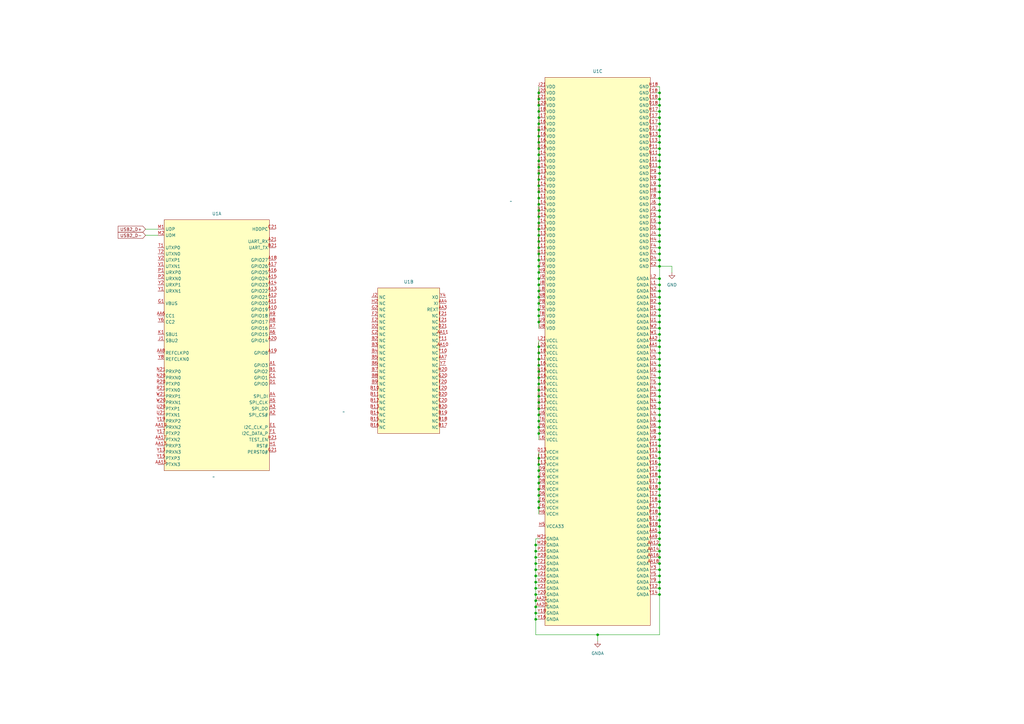
<source format=kicad_sch>
(kicad_sch (version 20230121) (generator eeschema)
  (paper "A3")
  (lib_symbols
    (symbol "A_my_stuff:ASM2464PD"
      (property "Reference" "U" (at 0 0 0))
      (symbol "ASM2464PD_1_1"
        (rectangle (start -20.32 105.41) (end 22.86 2.54) (fill (type background)))
        (pin input line (at 25.4 45.72 180) (length 2.54) (name "GPIO3") (number "A1"))
        (pin input line (at 25.4 68.58 180) (length 2.54) (name "GPIO19") (number "A10"))
        (pin input line (at 25.4 71.12 180) (length 2.54) (name "GPIO20") (number "A11"))
        (pin input line (at 25.4 73.66 180) (length 2.54) (name "GPIO21") (number "A12"))
        (pin input line (at 25.4 76.2 180) (length 2.54) (name "GPIO22") (number "A13"))
        (pin input line (at 25.4 78.74 180) (length 2.54) (name "GPIO23") (number "A14"))
        (pin input line (at 25.4 81.28 180) (length 2.54) (name "GPIO24") (number "A15"))
        (pin input line (at 25.4 83.82 180) (length 2.54) (name "GPIO25") (number "A16"))
        (pin input line (at 25.4 86.36 180) (length 2.54) (name "GPIO26") (number "A17"))
        (pin input line (at 25.4 88.9 180) (length 2.54) (name "GPIO27") (number "A18"))
        (pin input line (at 25.4 50.8 180) (length 2.54) (name "GPIO8") (number "A19"))
        (pin input line (at 25.4 25.4 180) (length 2.54) (name "SPI_CS#") (number "A2"))
        (pin input line (at 25.4 55.88 180) (length 2.54) (name "GPIO14") (number "A20"))
        (pin input line (at 25.4 96.52 180) (length 2.54) (name "UART_RX") (number "A21"))
        (pin input line (at 25.4 27.94 180) (length 2.54) (name "SPI_DO") (number "A3"))
        (pin input line (at 25.4 33.02 180) (length 2.54) (name "SPI_DI") (number "A4"))
        (pin input line (at 25.4 30.48 180) (length 2.54) (name "SPI_CLK") (number "A5"))
        (pin input line (at 25.4 58.42 180) (length 2.54) (name "GPIO15") (number "A6"))
        (pin input line (at 25.4 60.96 180) (length 2.54) (name "GPIO16") (number "A7"))
        (pin input line (at 25.4 63.5 180) (length 2.54) (name "GPIO17") (number "A8"))
        (pin input line (at 25.4 66.04 180) (length 2.54) (name "GPIO18") (number "A9"))
        (pin input line (at -22.86 12.7 0) (length 2.54) (name "PRXP3") (number "AA13"))
        (pin input line (at -22.86 5.08 0) (length 2.54) (name "PTXN3") (number "AA15"))
        (pin input line (at -22.86 15.24 0) (length 2.54) (name "PTXN2") (number "AA17"))
        (pin input line (at -22.86 20.32 0) (length 2.54) (name "PRXN2") (number "AA19"))
        (pin input line (at -22.86 66.04 0) (length 2.54) (name "CC1") (number "AA6"))
        (pin input line (at -22.86 50.8 0) (length 2.54) (name "REFCLKP0") (number "AA8"))
        (pin input line (at 25.4 43.18 180) (length 2.54) (name "GPIO2") (number "B1"))
        (pin input line (at 25.4 93.98 180) (length 2.54) (name "UART_TX") (number "B21"))
        (pin input line (at 25.4 40.64 180) (length 2.54) (name "GPIO1") (number "C1"))
        (pin input line (at 25.4 101.6 180) (length 2.54) (name "HDDPC") (number "C21"))
        (pin input line (at 25.4 38.1 180) (length 2.54) (name "GPIO0") (number "D1"))
        (pin input line (at 25.4 20.32 180) (length 2.54) (name "I2C_CLK_P") (number "E1"))
        (pin input line (at 25.4 17.78 180) (length 2.54) (name "I2C_DATA_P") (number "F1"))
        (pin input line (at -22.86 71.12 0) (length 2.54) (name "VBUS") (number "G1"))
        (pin input line (at 25.4 10.16 180) (length 2.54) (name "PERST0#") (number "G21"))
        (pin input line (at 25.4 12.7 180) (length 2.54) (name "RST#") (number "H1"))
        (pin input line (at 25.4 15.24 180) (length 2.54) (name "TEST_EN") (number "H21"))
        (pin input line (at -22.86 55.88 0) (length 2.54) (name "SBU2") (number "J1"))
        (pin input line (at -22.86 58.42 0) (length 2.54) (name "SBU1") (number "K1"))
        (pin input line (at -22.86 101.6 0) (length 2.54) (name "UDP") (number "M1"))
        (pin input line (at -22.86 99.06 0) (length 2.54) (name "UDM") (number "M2"))
        (pin input line (at -22.86 40.64 0) (length 2.54) (name "PRXN0") (number "N20"))
        (pin input line (at -22.86 43.18 0) (length 2.54) (name "PRXP0") (number "N21"))
        (pin input line (at -22.86 83.82 0) (length 2.54) (name "URXP0") (number "P1"))
        (pin input line (at -22.86 81.28 0) (length 2.54) (name "URXN0") (number "P2"))
        (pin input line (at -22.86 38.1 0) (length 2.54) (name "PTXP0") (number "R20"))
        (pin input line (at -22.86 35.56 0) (length 2.54) (name "PTXN0") (number "R21"))
        (pin input line (at -22.86 93.98 0) (length 2.54) (name "UTXP0") (number "T1"))
        (pin input line (at -22.86 91.44 0) (length 2.54) (name "UTXN0") (number "T2"))
        (pin input line (at -22.86 27.94 0) (length 2.54) (name "PTXP1") (number "U20"))
        (pin input line (at -22.86 25.4 0) (length 2.54) (name "PTXN1") (number "U21"))
        (pin input line (at -22.86 86.36 0) (length 2.54) (name "UTXN1") (number "V1"))
        (pin input line (at -22.86 88.9 0) (length 2.54) (name "UTXP1") (number "V2"))
        (pin input line (at -22.86 30.48 0) (length 2.54) (name "PRXN1") (number "W20"))
        (pin input line (at -22.86 33.02 0) (length 2.54) (name "PRXP1") (number "W21"))
        (pin input line (at -22.86 76.2 0) (length 2.54) (name "URXN1") (number "Y1"))
        (pin input line (at -22.86 10.16 0) (length 2.54) (name "PRXN3") (number "Y13"))
        (pin input line (at -22.86 7.62 0) (length 2.54) (name "PTXP3") (number "Y15"))
        (pin input line (at -22.86 17.78 0) (length 2.54) (name "PTXP2") (number "Y17"))
        (pin input line (at -22.86 22.86 0) (length 2.54) (name "PRXP2") (number "Y19"))
        (pin input line (at -22.86 78.74 0) (length 2.54) (name "URXP1") (number "Y2"))
        (pin input line (at -22.86 63.5 0) (length 2.54) (name "CC2") (number "Y6"))
        (pin input line (at -22.86 48.26 0) (length 2.54) (name "REFCLKN0") (number "Y8"))
      )
      (symbol "ASM2464PD_2_1"
        (rectangle (start 13.97 50.8) (end 39.37 -8.89) (fill (type background)))
        (pin input line (at 41.91 26.67 180) (length 2.54) (name "NC") (number "AA10"))
        (pin input line (at 41.91 31.75 180) (length 2.54) (name "NC") (number "AA11"))
        (pin input line (at 41.91 41.91 180) (length 2.54) (name "REXT") (number "AA3"))
        (pin input line (at 41.91 44.45 180) (length 2.54) (name "XI") (number "AA4"))
        (pin input line (at 41.91 21.59 180) (length 2.54) (name "NC") (number "AA7"))
        (pin input line (at 11.43 8.89 0) (length 2.54) (name "NC") (number "B10"))
        (pin input line (at 11.43 6.35 0) (length 2.54) (name "NC") (number "B11"))
        (pin input line (at 11.43 3.81 0) (length 2.54) (name "NC") (number "B12"))
        (pin input line (at 11.43 1.27 0) (length 2.54) (name "NC") (number "B13"))
        (pin input line (at 11.43 -1.27 0) (length 2.54) (name "NC") (number "B14"))
        (pin input line (at 11.43 -3.81 0) (length 2.54) (name "NC") (number "B15"))
        (pin input line (at 11.43 -6.35 0) (length 2.54) (name "NC") (number "B16"))
        (pin input line (at 41.91 -6.35 180) (length 2.54) (name "NC") (number "B17"))
        (pin input line (at 41.91 -3.81 180) (length 2.54) (name "NC") (number "B18"))
        (pin input line (at 41.91 -1.27 180) (length 2.54) (name "NC") (number "B19"))
        (pin input line (at 11.43 29.21 0) (length 2.54) (name "NC") (number "B2"))
        (pin input line (at 41.91 1.27 180) (length 2.54) (name "NC") (number "B20"))
        (pin input line (at 11.43 26.67 0) (length 2.54) (name "NC") (number "B3"))
        (pin input line (at 11.43 24.13 0) (length 2.54) (name "NC") (number "B4"))
        (pin input line (at 11.43 21.59 0) (length 2.54) (name "NC") (number "B5"))
        (pin input line (at 11.43 19.05 0) (length 2.54) (name "NC") (number "B6"))
        (pin input line (at 11.43 16.51 0) (length 2.54) (name "NC") (number "B7"))
        (pin input line (at 11.43 13.97 0) (length 2.54) (name "NC") (number "B8"))
        (pin input line (at 11.43 11.43 0) (length 2.54) (name "NC") (number "B9"))
        (pin input line (at 11.43 31.75 0) (length 2.54) (name "NC") (number "C2"))
        (pin input line (at 41.91 3.81 180) (length 2.54) (name "NC") (number "C20"))
        (pin input line (at 11.43 34.29 0) (length 2.54) (name "NC") (number "D2"))
        (pin input line (at 41.91 6.35 180) (length 2.54) (name "NC") (number "D20"))
        (pin input line (at 41.91 34.29 180) (length 2.54) (name "NC") (number "D21"))
        (pin input line (at 11.43 36.83 0) (length 2.54) (name "NC") (number "E2"))
        (pin input line (at 41.91 8.89 180) (length 2.54) (name "NC") (number "E20"))
        (pin input line (at 41.91 36.83 180) (length 2.54) (name "NC") (number "E21"))
        (pin input line (at 11.43 39.37 0) (length 2.54) (name "NC") (number "F2"))
        (pin input line (at 41.91 11.43 180) (length 2.54) (name "NC") (number "F20"))
        (pin input line (at 41.91 39.37 180) (length 2.54) (name "NC") (number "F21"))
        (pin input line (at 11.43 41.91 0) (length 2.54) (name "NC") (number "G2"))
        (pin input line (at 41.91 13.97 180) (length 2.54) (name "NC") (number "G20"))
        (pin input line (at 11.43 44.45 0) (length 2.54) (name "NC") (number "H2"))
        (pin input line (at 41.91 16.51 180) (length 2.54) (name "NC") (number "H20"))
        (pin input line (at 11.43 46.99 0) (length 2.54) (name "NC") (number "J2"))
        (pin input line (at 41.91 24.13 180) (length 2.54) (name "NC") (number "Y10"))
        (pin input line (at 41.91 29.21 180) (length 2.54) (name "NC") (number "Y11"))
        (pin input line (at 41.91 46.99 180) (length 2.54) (name "XO") (number "Y4"))
        (pin input line (at 41.91 19.05 180) (length 2.54) (name "NC") (number "Y7"))
      )
      (symbol "ASM2464PD_3_1"
        (rectangle (start 13.97 50.8) (end 57.15 -173.99) (fill (type background)))
        (pin input line (at 59.69 -59.69 180) (length 2.54) (name "GNDA") (number "AA1"))
        (pin input line (at 59.69 -140.97 180) (length 2.54) (name "GNDA") (number "AA12"))
        (pin input line (at 59.69 -143.51 180) (length 2.54) (name "GNDA") (number "AA14"))
        (pin input line (at 59.69 -146.05 180) (length 2.54) (name "GNDA") (number "AA16"))
        (pin input line (at 59.69 -148.59 180) (length 2.54) (name "GNDA") (number "AA18"))
        (pin input line (at 59.69 -57.15 180) (length 2.54) (name "GNDA") (number "AA2"))
        (pin input line (at 11.43 -166.37 0) (length 2.54) (name "GNDA") (number "AA20"))
        (pin input line (at 11.43 -163.83 0) (length 2.54) (name "GNDA") (number "AA21"))
        (pin input line (at 59.69 -135.89 180) (length 2.54) (name "GNDA") (number "AA5"))
        (pin input line (at 59.69 -138.43 180) (length 2.54) (name "GNDA") (number "AA9"))
        (pin input line (at 59.69 13.97 180) (length 2.54) (name "GND") (number "D11"))
        (pin input line (at 11.43 -102.87 0) (length 2.54) (name "VCCH") (number "D13"))
        (pin input line (at 11.43 3.81 0) (length 2.54) (name "VDD") (number "D14"))
        (pin input line (at 11.43 21.59 0) (length 2.54) (name "VDD") (number "D16"))
        (pin input line (at 59.69 29.21 180) (length 2.54) (name "GND") (number "D17"))
        (pin input line (at 59.69 39.37 180) (length 2.54) (name "GND") (number "D18"))
        (pin input line (at 59.69 -24.13 180) (length 2.54) (name "GND") (number "D4"))
        (pin input line (at 59.69 -11.43 180) (length 2.54) (name "GND") (number "D5"))
        (pin input line (at 11.43 -120.65 0) (length 2.54) (name "VCCH") (number "D6"))
        (pin input line (at 11.43 -115.57 0) (length 2.54) (name "VCCH") (number "D8"))
        (pin input line (at 11.43 -110.49 0) (length 2.54) (name "VCCH") (number "D9"))
        (pin input line (at 11.43 -16.51 0) (length 2.54) (name "VDD") (number "E11"))
        (pin input line (at 11.43 -105.41 0) (length 2.54) (name "VCCH") (number "E13"))
        (pin input line (at 11.43 6.35 0) (length 2.54) (name "VDD") (number "E14"))
        (pin input line (at 11.43 24.13 0) (length 2.54) (name "VDD") (number "E16"))
        (pin input line (at 59.69 31.75 180) (length 2.54) (name "GND") (number "E17"))
        (pin input line (at 59.69 41.91 180) (length 2.54) (name "GND") (number "E18"))
        (pin input line (at 59.69 -21.59 180) (length 2.54) (name "GND") (number "E4"))
        (pin input line (at 59.69 -8.89 180) (length 2.54) (name "GND") (number "E5"))
        (pin input line (at 11.43 -123.19 0) (length 2.54) (name "VCCH") (number "E6"))
        (pin input line (at 11.43 -118.11 0) (length 2.54) (name "VCCH") (number "E8"))
        (pin input line (at 11.43 -113.03 0) (length 2.54) (name "VCCH") (number "E9"))
        (pin input line (at 11.43 -19.05 0) (length 2.54) (name "VDD") (number "F11"))
        (pin input line (at 11.43 -107.95 0) (length 2.54) (name "VCCH") (number "F13"))
        (pin input line (at 11.43 8.89 0) (length 2.54) (name "VDD") (number "F14"))
        (pin input line (at 11.43 26.67 0) (length 2.54) (name "VDD") (number "F16"))
        (pin input line (at 59.69 34.29 180) (length 2.54) (name "GND") (number "F17"))
        (pin input line (at 59.69 44.45 180) (length 2.54) (name "GND") (number "F18"))
        (pin input line (at 59.69 -19.05 180) (length 2.54) (name "GND") (number "F4"))
        (pin input line (at 59.69 -6.35 180) (length 2.54) (name "GND") (number "F5"))
        (pin input line (at 11.43 -125.73 0) (length 2.54) (name "VCCH") (number "F6"))
        (pin input line (at 59.69 1.27 180) (length 2.54) (name "GND") (number "F8"))
        (pin input line (at 11.43 -26.67 0) (length 2.54) (name "VDD") (number "F9"))
        (pin input line (at 11.43 -21.59 0) (length 2.54) (name "VDD") (number "H11"))
        (pin input line (at 11.43 11.43 0) (length 2.54) (name "VDD") (number "H13"))
        (pin input line (at 11.43 13.97 0) (length 2.54) (name "VDD") (number "H14"))
        (pin input line (at 11.43 29.21 0) (length 2.54) (name "VDD") (number "H16"))
        (pin input line (at 59.69 36.83 180) (length 2.54) (name "GND") (number "H17"))
        (pin input line (at 59.69 46.99 180) (length 2.54) (name "GND") (number "H18"))
        (pin input line (at 59.69 -16.51 180) (length 2.54) (name "GND") (number "H4"))
        (pin input line (at 11.43 -133.35 0) (length 2.54) (name "VCCA33") (number "H5"))
        (pin input line (at 11.43 -128.27 0) (length 2.54) (name "VCCH") (number "H6"))
        (pin input line (at 59.69 3.81 180) (length 2.54) (name "GND") (number "H8"))
        (pin input line (at 11.43 -29.21 0) (length 2.54) (name "VDD") (number "H9"))
        (pin input line (at 59.69 16.51 180) (length 2.54) (name "GND") (number "J11"))
        (pin input line (at 11.43 16.51 0) (length 2.54) (name "VDD") (number "J13"))
        (pin input line (at 11.43 19.05 0) (length 2.54) (name "VDD") (number "J14"))
        (pin input line (at 11.43 31.75 0) (length 2.54) (name "VDD") (number "J16"))
        (pin input line (at 11.43 34.29 0) (length 2.54) (name "VDD") (number "J17"))
        (pin input line (at 11.43 36.83 0) (length 2.54) (name "VDD") (number "J18"))
        (pin input line (at 11.43 44.45 0) (length 2.54) (name "VDD") (number "J20"))
        (pin input line (at 11.43 46.99 0) (length 2.54) (name "VDD") (number "J21"))
        (pin input line (at 59.69 -13.97 180) (length 2.54) (name "GND") (number "J4"))
        (pin input line (at 59.69 -3.81 180) (length 2.54) (name "GND") (number "J5"))
        (pin input line (at 59.69 -1.27 180) (length 2.54) (name "GND") (number "J6"))
        (pin input line (at 11.43 -34.29 0) (length 2.54) (name "VDD") (number "J8"))
        (pin input line (at 11.43 -31.75 0) (length 2.54) (name "VDD") (number "J9"))
        (pin input line (at 59.69 -26.67 180) (length 2.54) (name "GND") (number "K2"))
        (pin input line (at 11.43 39.37 0) (length 2.54) (name "VDD") (number "K20"))
        (pin input line (at 11.43 41.91 0) (length 2.54) (name "VDD") (number "K21"))
        (pin input line (at 59.69 -34.29 180) (length 2.54) (name "GNDA") (number "L1"))
        (pin input line (at 11.43 1.27 0) (length 2.54) (name "VDD") (number "L11"))
        (pin input line (at 59.69 24.13 180) (length 2.54) (name "GND") (number "L13"))
        (pin input line (at 11.43 -1.27 0) (length 2.54) (name "VDD") (number "L14"))
        (pin input line (at 11.43 -67.31 0) (length 2.54) (name "VCCL") (number "L16"))
        (pin input line (at 11.43 -64.77 0) (length 2.54) (name "VCCL") (number "L17"))
        (pin input line (at 11.43 -62.23 0) (length 2.54) (name "VCCL") (number "L18"))
        (pin input line (at 59.69 -31.75 180) (length 2.54) (name "GNDA") (number "L2"))
        (pin input line (at 11.43 -59.69 0) (length 2.54) (name "VCCL") (number "L20"))
        (pin input line (at 11.43 -57.15 0) (length 2.54) (name "VCCL") (number "L21"))
        (pin input line (at 59.69 -87.63 180) (length 2.54) (name "GNDA") (number "L4"))
        (pin input line (at 59.69 -90.17 180) (length 2.54) (name "GNDA") (number "L5"))
        (pin input line (at 11.43 -97.79 0) (length 2.54) (name "VCCL") (number "L6"))
        (pin input line (at 11.43 -36.83 0) (length 2.54) (name "VDD") (number "L8"))
        (pin input line (at 59.69 6.35 180) (length 2.54) (name "GND") (number "L9"))
        (pin input line (at 11.43 -140.97 0) (length 2.54) (name "GNDA") (number "M20"))
        (pin input line (at 11.43 -138.43 0) (length 2.54) (name "GNDA") (number "M21"))
        (pin input line (at 59.69 -39.37 180) (length 2.54) (name "GNDA") (number "N1"))
        (pin input line (at 59.69 19.05 180) (length 2.54) (name "GND") (number "N11"))
        (pin input line (at 59.69 26.67 180) (length 2.54) (name "GND") (number "N13"))
        (pin input line (at 11.43 -3.81 0) (length 2.54) (name "VDD") (number "N14"))
        (pin input line (at 11.43 -69.85 0) (length 2.54) (name "VCCL") (number "N16"))
        (pin input line (at 59.69 -130.81 180) (length 2.54) (name "GNDA") (number "N17"))
        (pin input line (at 59.69 -133.35 180) (length 2.54) (name "GNDA") (number "N18"))
        (pin input line (at 59.69 -36.83 180) (length 2.54) (name "GNDA") (number "N2"))
        (pin input line (at 59.69 -82.55 180) (length 2.54) (name "GNDA") (number "N4"))
        (pin input line (at 59.69 -85.09 180) (length 2.54) (name "GNDA") (number "N5"))
        (pin input line (at 11.43 -95.25 0) (length 2.54) (name "VCCL") (number "N6"))
        (pin input line (at 11.43 -39.37 0) (length 2.54) (name "VDD") (number "N8"))
        (pin input line (at 59.69 8.89 180) (length 2.54) (name "GND") (number "N9"))
        (pin input line (at 59.69 21.59 180) (length 2.54) (name "GND") (number "P11"))
        (pin input line (at 11.43 -11.43 0) (length 2.54) (name "VDD") (number "P13"))
        (pin input line (at 11.43 -6.35 0) (length 2.54) (name "VDD") (number "P14"))
        (pin input line (at 11.43 -72.39 0) (length 2.54) (name "VCCL") (number "P16"))
        (pin input line (at 59.69 -125.73 180) (length 2.54) (name "GNDA") (number "P17"))
        (pin input line (at 59.69 -128.27 180) (length 2.54) (name "GNDA") (number "P18"))
        (pin input line (at 11.43 -146.05 0) (length 2.54) (name "GNDA") (number "P20"))
        (pin input line (at 11.43 -143.51 0) (length 2.54) (name "GNDA") (number "P21"))
        (pin input line (at 59.69 -77.47 180) (length 2.54) (name "GNDA") (number "P4"))
        (pin input line (at 59.69 -80.01 180) (length 2.54) (name "GNDA") (number "P5"))
        (pin input line (at 11.43 -92.71 0) (length 2.54) (name "VCCL") (number "P6"))
        (pin input line (at 11.43 -41.91 0) (length 2.54) (name "VDD") (number "P8"))
        (pin input line (at 59.69 11.43 180) (length 2.54) (name "GND") (number "P9"))
        (pin input line (at 59.69 -44.45 180) (length 2.54) (name "GNDA") (number "R1"))
        (pin input line (at 59.69 -41.91 180) (length 2.54) (name "GNDA") (number "R2"))
        (pin input line (at 11.43 -24.13 0) (length 2.54) (name "VDD") (number "T11"))
        (pin input line (at 11.43 -13.97 0) (length 2.54) (name "VDD") (number "T13"))
        (pin input line (at 11.43 -8.89 0) (length 2.54) (name "VDD") (number "T14"))
        (pin input line (at 11.43 -74.93 0) (length 2.54) (name "VCCL") (number "T16"))
        (pin input line (at 59.69 -120.65 180) (length 2.54) (name "GNDA") (number "T17"))
        (pin input line (at 59.69 -123.19 180) (length 2.54) (name "GNDA") (number "T18"))
        (pin input line (at 11.43 -151.13 0) (length 2.54) (name "GNDA") (number "T20"))
        (pin input line (at 11.43 -148.59 0) (length 2.54) (name "GNDA") (number "T21"))
        (pin input line (at 59.69 -72.39 180) (length 2.54) (name "GNDA") (number "T4"))
        (pin input line (at 59.69 -74.93 180) (length 2.54) (name "GNDA") (number "T5"))
        (pin input line (at 11.43 -90.17 0) (length 2.54) (name "VCCL") (number "T6"))
        (pin input line (at 11.43 -46.99 0) (length 2.54) (name "VDD") (number "T8"))
        (pin input line (at 11.43 -44.45 0) (length 2.54) (name "VDD") (number "T9"))
        (pin input line (at 59.69 -49.53 180) (length 2.54) (name "GNDA") (number "U1"))
        (pin input line (at 11.43 -85.09 0) (length 2.54) (name "VCCL") (number "U11"))
        (pin input line (at 11.43 -82.55 0) (length 2.54) (name "VCCL") (number "U13"))
        (pin input line (at 11.43 -80.01 0) (length 2.54) (name "VCCL") (number "U14"))
        (pin input line (at 11.43 -77.47 0) (length 2.54) (name "VCCL") (number "U16"))
        (pin input line (at 59.69 -115.57 180) (length 2.54) (name "GNDA") (number "U17"))
        (pin input line (at 59.69 -118.11 180) (length 2.54) (name "GNDA") (number "U18"))
        (pin input line (at 59.69 -46.99 180) (length 2.54) (name "GNDA") (number "U2"))
        (pin input line (at 59.69 -67.31 180) (length 2.54) (name "GNDA") (number "U4"))
        (pin input line (at 59.69 -69.85 180) (length 2.54) (name "GNDA") (number "U5"))
        (pin input line (at 11.43 -87.63 0) (length 2.54) (name "VCCL") (number "U6"))
        (pin input line (at 11.43 -52.07 0) (length 2.54) (name "VDD") (number "U8"))
        (pin input line (at 11.43 -49.53 0) (length 2.54) (name "VDD") (number "U9"))
        (pin input line (at 59.69 -100.33 180) (length 2.54) (name "GNDA") (number "V11"))
        (pin input line (at 59.69 -102.87 180) (length 2.54) (name "GNDA") (number "V13"))
        (pin input line (at 59.69 -105.41 180) (length 2.54) (name "GNDA") (number "V14"))
        (pin input line (at 59.69 -107.95 180) (length 2.54) (name "GNDA") (number "V16"))
        (pin input line (at 59.69 -110.49 180) (length 2.54) (name "GNDA") (number "V17"))
        (pin input line (at 59.69 -113.03 180) (length 2.54) (name "GNDA") (number "V18"))
        (pin input line (at 11.43 -156.21 0) (length 2.54) (name "GNDA") (number "V20"))
        (pin input line (at 11.43 -153.67 0) (length 2.54) (name "GNDA") (number "V21"))
        (pin input line (at 59.69 -62.23 180) (length 2.54) (name "GNDA") (number "V4"))
        (pin input line (at 59.69 -64.77 180) (length 2.54) (name "GNDA") (number "V5"))
        (pin input line (at 59.69 -92.71 180) (length 2.54) (name "GNDA") (number "V6"))
        (pin input line (at 59.69 -95.25 180) (length 2.54) (name "GNDA") (number "V8"))
        (pin input line (at 59.69 -97.79 180) (length 2.54) (name "GNDA") (number "V9"))
        (pin input line (at 59.69 -54.61 180) (length 2.54) (name "GNDA") (number "W1"))
        (pin input line (at 59.69 -52.07 180) (length 2.54) (name "GNDA") (number "W2"))
        (pin input line (at 59.69 -158.75 180) (length 2.54) (name "GNDA") (number "Y12"))
        (pin input line (at 59.69 -161.29 180) (length 2.54) (name "GNDA") (number "Y14"))
        (pin input line (at 11.43 -171.45 0) (length 2.54) (name "GNDA") (number "Y16"))
        (pin input line (at 11.43 -168.91 0) (length 2.54) (name "GNDA") (number "Y18"))
        (pin input line (at 11.43 -161.29 0) (length 2.54) (name "GNDA") (number "Y20"))
        (pin input line (at 11.43 -158.75 0) (length 2.54) (name "GNDA") (number "Y21"))
        (pin input line (at 59.69 -151.13 180) (length 2.54) (name "GNDA") (number "Y3"))
        (pin input line (at 59.69 -153.67 180) (length 2.54) (name "GNDA") (number "Y5"))
        (pin input line (at 59.69 -156.21 180) (length 2.54) (name "GNDA") (number "Y9"))
      )
    )
    (symbol "power:GND" (power) (pin_names (offset 0))
      (property "Value" "GND" (at 0 -3.81 0))
      (symbol "GND_0_1"
        (polyline (pts (xy 0 0) (xy 0 -1.27) (xy 1.27 -1.27) (xy 0 -2.54) (xy -1.27 -1.27) (xy 0 -1.27)))
      )
      (symbol "GND_1_1"
        (pin power_in line (at 0 0 270) (length 0) hide (name "GND") (number "1"))
      )
    )
    (symbol "power:GNDA" (power) (pin_names (offset 0))
      (property "Value" "GNDA" (at 0 -3.81 0))
      (symbol "GNDA_0_1"
        (polyline (pts (xy 0 0) (xy 0 -1.27) (xy 1.27 -1.27) (xy 0 -2.54) (xy -1.27 -1.27) (xy 0 -1.27)))
      )
      (symbol "GNDA_1_1"
        (pin power_in line (at 0 0 270) (length 0) hide (name "GNDA") (number "1"))
      )
    )
  )
  (junction (at 270.51 129.54))
  (junction (at 219.71 241.3))
  (junction (at 220.98 160.02))
  (junction (at 270.51 48.26))
  (junction (at 270.51 137.16))
  (junction (at 220.98 144.78))
  (junction (at 220.98 187.96))
  (junction (at 220.98 177.8))
  (junction (at 220.98 200.66))
  (junction (at 270.51 243.84))
  (junction (at 220.98 91.44))
  (junction (at 270.51 134.62))
  (junction (at 270.51 228.6))
  (junction (at 270.51 45.72))
  (junction (at 220.98 73.66))
  (junction (at 220.98 129.54))
  (junction (at 220.98 162.56))
  (junction (at 270.51 63.5))
  (junction (at 219.71 246.38))
  (junction (at 270.51 220.98))
  (junction (at 220.98 58.42))
  (junction (at 220.98 48.26))
  (junction (at 270.51 233.68))
  (junction (at 220.98 53.34))
  (junction (at 270.51 73.66))
  (junction (at 270.51 215.9))
  (junction (at 270.51 58.42))
  (junction (at 270.51 172.72))
  (junction (at 245.11 260.35))
  (junction (at 220.98 170.18))
  (junction (at 270.51 152.4))
  (junction (at 220.98 127))
  (junction (at 270.51 157.48))
  (junction (at 270.51 182.88))
  (junction (at 219.71 233.68))
  (junction (at 219.71 231.14))
  (junction (at 220.98 203.2))
  (junction (at 270.51 76.2))
  (junction (at 220.98 83.82))
  (junction (at 270.51 124.46))
  (junction (at 270.51 88.9))
  (junction (at 270.51 38.1))
  (junction (at 219.71 238.76))
  (junction (at 220.98 55.88))
  (junction (at 270.51 160.02))
  (junction (at 220.98 40.64))
  (junction (at 220.98 195.58))
  (junction (at 220.98 43.18))
  (junction (at 220.98 175.26))
  (junction (at 270.51 93.98))
  (junction (at 270.51 213.36))
  (junction (at 220.98 71.12))
  (junction (at 270.51 99.06))
  (junction (at 270.51 43.18))
  (junction (at 270.51 162.56))
  (junction (at 220.98 147.32))
  (junction (at 270.51 165.1))
  (junction (at 220.98 86.36))
  (junction (at 270.51 200.66))
  (junction (at 270.51 203.2))
  (junction (at 270.51 119.38))
  (junction (at 220.98 121.92))
  (junction (at 219.71 223.52))
  (junction (at 220.98 68.58))
  (junction (at 220.98 172.72))
  (junction (at 270.51 116.84))
  (junction (at 270.51 101.6))
  (junction (at 270.51 132.08))
  (junction (at 270.51 71.12))
  (junction (at 220.98 190.5))
  (junction (at 219.71 228.6))
  (junction (at 270.51 147.32))
  (junction (at 270.51 187.96))
  (junction (at 270.51 223.52))
  (junction (at 270.51 96.52))
  (junction (at 270.51 139.7))
  (junction (at 270.51 106.68))
  (junction (at 270.51 190.5))
  (junction (at 270.51 104.14))
  (junction (at 270.51 144.78))
  (junction (at 220.98 205.74))
  (junction (at 220.98 132.08))
  (junction (at 270.51 53.34))
  (junction (at 270.51 91.44))
  (junction (at 220.98 116.84))
  (junction (at 270.51 210.82))
  (junction (at 270.51 198.12))
  (junction (at 220.98 81.28))
  (junction (at 270.51 149.86))
  (junction (at 220.98 38.1))
  (junction (at 270.51 205.74))
  (junction (at 270.51 218.44))
  (junction (at 270.51 226.06))
  (junction (at 220.98 124.46))
  (junction (at 219.71 236.22))
  (junction (at 219.71 248.92))
  (junction (at 270.51 142.24))
  (junction (at 270.51 180.34))
  (junction (at 220.98 111.76))
  (junction (at 220.98 114.3))
  (junction (at 220.98 208.28))
  (junction (at 220.98 157.48))
  (junction (at 270.51 78.74))
  (junction (at 220.98 50.8))
  (junction (at 220.98 198.12))
  (junction (at 270.51 231.14))
  (junction (at 270.51 121.92))
  (junction (at 270.51 170.18))
  (junction (at 270.51 154.94))
  (junction (at 220.98 63.5))
  (junction (at 270.51 175.26))
  (junction (at 220.98 88.9))
  (junction (at 270.51 68.58))
  (junction (at 219.71 254))
  (junction (at 270.51 193.04))
  (junction (at 220.98 96.52))
  (junction (at 220.98 193.04))
  (junction (at 220.98 152.4))
  (junction (at 270.51 167.64))
  (junction (at 219.71 251.46))
  (junction (at 270.51 66.04))
  (junction (at 220.98 60.96))
  (junction (at 270.51 236.22))
  (junction (at 270.51 81.28))
  (junction (at 220.98 101.6))
  (junction (at 220.98 99.06))
  (junction (at 220.98 109.22))
  (junction (at 270.51 40.64))
  (junction (at 270.51 50.8))
  (junction (at 270.51 55.88))
  (junction (at 270.51 86.36))
  (junction (at 270.51 195.58))
  (junction (at 220.98 76.2))
  (junction (at 220.98 142.24))
  (junction (at 219.71 243.84))
  (junction (at 220.98 167.64))
  (junction (at 220.98 93.98))
  (junction (at 220.98 154.94))
  (junction (at 270.51 185.42))
  (junction (at 270.51 114.3))
  (junction (at 220.98 119.38))
  (junction (at 220.98 106.68))
  (junction (at 270.51 83.82))
  (junction (at 220.98 66.04))
  (junction (at 220.98 45.72))
  (junction (at 270.51 238.76))
  (junction (at 270.51 241.3))
  (junction (at 270.51 60.96))
  (junction (at 270.51 208.28))
  (junction (at 220.98 149.86))
  (junction (at 270.51 127))
  (junction (at 219.71 226.06))
  (junction (at 220.98 78.74))
  (junction (at 270.51 177.8))
  (junction (at 270.51 109.22))
  (junction (at 220.98 104.14))
  (junction (at 220.98 165.1))
  (wire (pts (xy 219.71 251.46) (xy 220.98 251.46)))
  (wire (pts (xy 269.24 180.34) (xy 270.51 180.34)))
  (wire (pts (xy 270.51 45.72) (xy 270.51 48.26)))
  (wire (pts (xy 269.24 119.38) (xy 270.51 119.38)))
  (wire (pts (xy 270.51 81.28) (xy 270.51 83.82)))
  (wire (pts (xy 220.98 121.92) (xy 220.98 124.46)))
  (wire (pts (xy 269.24 63.5) (xy 270.51 63.5)))
  (wire (pts (xy 270.51 167.64) (xy 270.51 170.18)))
  (wire (pts (xy 269.24 162.56) (xy 270.51 162.56)))
  (wire (pts (xy 270.51 182.88) (xy 270.51 185.42)))
  (wire (pts (xy 269.24 154.94) (xy 270.51 154.94)))
  (wire (pts (xy 269.24 38.1) (xy 270.51 38.1)))
  (wire (pts (xy 270.51 48.26) (xy 270.51 50.8)))
  (wire (pts (xy 269.24 91.44) (xy 270.51 91.44)))
  (wire (pts (xy 269.24 88.9) (xy 270.51 88.9)))
  (wire (pts (xy 270.51 243.84) (xy 270.51 260.35)))
  (wire (pts (xy 269.24 129.54) (xy 270.51 129.54)))
  (wire (pts (xy 219.71 254) (xy 219.71 260.35)))
  (wire (pts (xy 269.24 104.14) (xy 270.51 104.14)))
  (wire (pts (xy 220.98 88.9) (xy 220.98 91.44)))
  (wire (pts (xy 245.11 260.35) (xy 245.11 262.89)))
  (wire (pts (xy 269.24 86.36) (xy 270.51 86.36)))
  (wire (pts (xy 269.24 109.22) (xy 270.51 109.22)))
  (wire (pts (xy 269.24 170.18) (xy 270.51 170.18)))
  (wire (pts (xy 269.24 198.12) (xy 270.51 198.12)))
  (wire (pts (xy 219.71 246.38) (xy 219.71 248.92)))
  (wire (pts (xy 269.24 220.98) (xy 270.51 220.98)))
  (wire (pts (xy 269.24 142.24) (xy 270.51 142.24)))
  (wire (pts (xy 220.98 104.14) (xy 220.98 106.68)))
  (wire (pts (xy 220.98 68.58) (xy 220.98 71.12)))
  (wire (pts (xy 269.24 233.68) (xy 270.51 233.68)))
  (wire (pts (xy 219.71 248.92) (xy 219.71 251.46)))
  (wire (pts (xy 269.24 165.1) (xy 270.51 165.1)))
  (wire (pts (xy 220.98 200.66) (xy 220.98 203.2)))
  (wire (pts (xy 269.24 124.46) (xy 270.51 124.46)))
  (wire (pts (xy 270.51 96.52) (xy 270.51 99.06)))
  (wire (pts (xy 220.98 66.04) (xy 220.98 68.58)))
  (wire (pts (xy 220.98 119.38) (xy 220.98 121.92)))
  (wire (pts (xy 219.71 246.38) (xy 220.98 246.38)))
  (wire (pts (xy 270.51 170.18) (xy 270.51 172.72)))
  (wire (pts (xy 269.24 177.8) (xy 270.51 177.8)))
  (wire (pts (xy 270.51 200.66) (xy 270.51 203.2)))
  (wire (pts (xy 220.98 129.54) (xy 220.98 132.08)))
  (wire (pts (xy 269.24 76.2) (xy 270.51 76.2)))
  (wire (pts (xy 220.98 86.36) (xy 220.98 88.9)))
  (wire (pts (xy 270.51 236.22) (xy 270.51 238.76)))
  (wire (pts (xy 270.51 190.5) (xy 270.51 193.04)))
  (wire (pts (xy 220.98 165.1) (xy 220.98 167.64)))
  (wire (pts (xy 220.98 109.22) (xy 220.98 111.76)))
  (wire (pts (xy 220.98 208.28) (xy 220.98 210.82)))
  (wire (pts (xy 270.51 157.48) (xy 270.51 160.02)))
  (wire (pts (xy 220.98 142.24) (xy 220.98 144.78)))
  (wire (pts (xy 220.98 93.98) (xy 220.98 96.52)))
  (wire (pts (xy 220.98 203.2) (xy 220.98 205.74)))
  (wire (pts (xy 220.98 170.18) (xy 220.98 172.72)))
  (wire (pts (xy 269.24 210.82) (xy 270.51 210.82)))
  (wire (pts (xy 269.24 81.28) (xy 270.51 81.28)))
  (wire (pts (xy 270.51 228.6) (xy 270.51 231.14)))
  (wire (pts (xy 220.98 73.66) (xy 220.98 76.2)))
  (wire (pts (xy 270.51 223.52) (xy 270.51 226.06)))
  (wire (pts (xy 269.24 45.72) (xy 270.51 45.72)))
  (wire (pts (xy 220.98 172.72) (xy 220.98 175.26)))
  (wire (pts (xy 269.24 127) (xy 270.51 127)))
  (wire (pts (xy 220.98 198.12) (xy 220.98 200.66)))
  (wire (pts (xy 220.98 154.94) (xy 220.98 157.48)))
  (wire (pts (xy 220.98 193.04) (xy 220.98 195.58)))
  (wire (pts (xy 270.51 233.68) (xy 270.51 236.22)))
  (wire (pts (xy 219.71 260.35) (xy 245.11 260.35)))
  (wire (pts (xy 269.24 167.64) (xy 270.51 167.64)))
  (wire (pts (xy 270.51 139.7) (xy 270.51 142.24)))
  (wire (pts (xy 270.51 205.74) (xy 270.51 208.28)))
  (wire (pts (xy 270.51 109.22) (xy 270.51 114.3)))
  (wire (pts (xy 220.98 45.72) (xy 220.98 48.26)))
  (wire (pts (xy 220.98 99.06) (xy 220.98 101.6)))
  (wire (pts (xy 269.24 231.14) (xy 270.51 231.14)))
  (wire (pts (xy 269.24 175.26) (xy 270.51 175.26)))
  (wire (pts (xy 270.51 68.58) (xy 270.51 71.12)))
  (wire (pts (xy 270.51 38.1) (xy 270.51 40.64)))
  (wire (pts (xy 220.98 114.3) (xy 220.98 116.84)))
  (wire (pts (xy 220.98 96.52) (xy 220.98 99.06)))
  (wire (pts (xy 269.24 157.48) (xy 270.51 157.48)))
  (wire (pts (xy 220.98 187.96) (xy 220.98 190.5)))
  (wire (pts (xy 269.24 121.92) (xy 270.51 121.92)))
  (wire (pts (xy 270.51 50.8) (xy 270.51 53.34)))
  (wire (pts (xy 270.51 203.2) (xy 270.51 205.74)))
  (wire (pts (xy 269.24 71.12) (xy 270.51 71.12)))
  (wire (pts (xy 270.51 198.12) (xy 270.51 200.66)))
  (wire (pts (xy 269.24 226.06) (xy 270.51 226.06)))
  (wire (pts (xy 275.59 109.22) (xy 275.59 111.76)))
  (wire (pts (xy 269.24 68.58) (xy 270.51 68.58)))
  (wire (pts (xy 220.98 101.6) (xy 220.98 104.14)))
  (wire (pts (xy 269.24 241.3) (xy 270.51 241.3)))
  (wire (pts (xy 270.51 172.72) (xy 270.51 175.26)))
  (wire (pts (xy 220.98 147.32) (xy 220.98 149.86)))
  (wire (pts (xy 220.98 132.08) (xy 220.98 134.62)))
  (wire (pts (xy 269.24 185.42) (xy 270.51 185.42)))
  (wire (pts (xy 220.98 144.78) (xy 220.98 147.32)))
  (wire (pts (xy 219.71 236.22) (xy 220.98 236.22)))
  (wire (pts (xy 220.98 55.88) (xy 220.98 58.42)))
  (wire (pts (xy 220.98 106.68) (xy 220.98 109.22)))
  (wire (pts (xy 270.51 195.58) (xy 270.51 198.12)))
  (wire (pts (xy 270.51 35.56) (xy 270.51 38.1)))
  (wire (pts (xy 270.51 213.36) (xy 270.51 215.9)))
  (wire (pts (xy 269.24 43.18) (xy 270.51 43.18)))
  (wire (pts (xy 270.51 215.9) (xy 270.51 218.44)))
  (wire (pts (xy 269.24 160.02) (xy 270.51 160.02)))
  (wire (pts (xy 220.98 38.1) (xy 220.98 40.64)))
  (wire (pts (xy 269.24 40.64) (xy 270.51 40.64)))
  (wire (pts (xy 245.11 260.35) (xy 270.51 260.35)))
  (wire (pts (xy 220.98 71.12) (xy 220.98 73.66)))
  (wire (pts (xy 270.51 124.46) (xy 270.51 127)))
  (wire (pts (xy 270.51 175.26) (xy 270.51 177.8)))
  (wire (pts (xy 270.51 53.34) (xy 270.51 55.88)))
  (wire (pts (xy 269.24 132.08) (xy 270.51 132.08)))
  (wire (pts (xy 269.24 73.66) (xy 270.51 73.66)))
  (wire (pts (xy 270.51 60.96) (xy 270.51 63.5)))
  (wire (pts (xy 219.71 241.3) (xy 220.98 241.3)))
  (wire (pts (xy 220.98 83.82) (xy 220.98 86.36)))
  (wire (pts (xy 269.24 144.78) (xy 270.51 144.78)))
  (wire (pts (xy 270.51 106.68) (xy 270.51 109.22)))
  (wire (pts (xy 269.24 187.96) (xy 270.51 187.96)))
  (wire (pts (xy 220.98 53.34) (xy 220.98 55.88)))
  (wire (pts (xy 220.98 91.44) (xy 220.98 93.98)))
  (wire (pts (xy 270.51 93.98) (xy 270.51 96.52)))
  (wire (pts (xy 270.51 101.6) (xy 270.51 104.14)))
  (wire (pts (xy 270.51 104.14) (xy 270.51 106.68)))
  (wire (pts (xy 219.71 233.68) (xy 219.71 236.22)))
  (wire (pts (xy 269.24 66.04) (xy 270.51 66.04)))
  (wire (pts (xy 269.24 55.88) (xy 270.51 55.88)))
  (wire (pts (xy 269.24 236.22) (xy 270.51 236.22)))
  (wire (pts (xy 219.71 220.98) (xy 219.71 223.52)))
  (wire (pts (xy 219.71 226.06) (xy 219.71 228.6)))
  (wire (pts (xy 219.71 233.68) (xy 220.98 233.68)))
  (wire (pts (xy 269.24 134.62) (xy 270.51 134.62)))
  (wire (pts (xy 269.24 137.16) (xy 270.51 137.16)))
  (wire (pts (xy 269.24 208.28) (xy 270.51 208.28)))
  (wire (pts (xy 270.51 160.02) (xy 270.51 162.56)))
  (wire (pts (xy 269.24 243.84) (xy 270.51 243.84)))
  (wire (pts (xy 270.51 137.16) (xy 270.51 139.7)))
  (wire (pts (xy 220.98 157.48) (xy 220.98 160.02)))
  (wire (pts (xy 270.51 114.3) (xy 270.51 116.84)))
  (wire (pts (xy 269.24 172.72) (xy 270.51 172.72)))
  (wire (pts (xy 220.98 81.28) (xy 220.98 83.82)))
  (wire (pts (xy 270.51 144.78) (xy 270.51 147.32)))
  (wire (pts (xy 270.51 127) (xy 270.51 129.54)))
  (wire (pts (xy 219.71 241.3) (xy 219.71 243.84)))
  (wire (pts (xy 269.24 96.52) (xy 270.51 96.52)))
  (wire (pts (xy 220.98 152.4) (xy 220.98 154.94)))
  (wire (pts (xy 270.51 88.9) (xy 270.51 91.44)))
  (wire (pts (xy 220.98 195.58) (xy 220.98 198.12)))
  (wire (pts (xy 220.98 127) (xy 220.98 129.54)))
  (wire (pts (xy 220.98 50.8) (xy 220.98 53.34)))
  (wire (pts (xy 219.71 231.14) (xy 220.98 231.14)))
  (wire (pts (xy 269.24 116.84) (xy 270.51 116.84)))
  (wire (pts (xy 270.51 86.36) (xy 270.51 88.9)))
  (wire (pts (xy 220.98 35.56) (xy 220.98 38.1)))
  (wire (pts (xy 219.71 236.22) (xy 219.71 238.76)))
  (wire (pts (xy 59.69 93.98) (xy 64.77 93.98)))
  (wire (pts (xy 219.71 220.98) (xy 220.98 220.98)))
  (wire (pts (xy 270.51 210.82) (xy 270.51 213.36)))
  (wire (pts (xy 270.51 165.1) (xy 270.51 167.64)))
  (wire (pts (xy 269.24 149.86) (xy 270.51 149.86)))
  (wire (pts (xy 270.51 83.82) (xy 270.51 86.36)))
  (wire (pts (xy 270.51 193.04) (xy 270.51 195.58)))
  (wire (pts (xy 219.71 254) (xy 220.98 254)))
  (wire (pts (xy 220.98 43.18) (xy 220.98 45.72)))
  (wire (pts (xy 220.98 63.5) (xy 220.98 66.04)))
  (wire (pts (xy 270.51 142.24) (xy 270.51 144.78)))
  (wire (pts (xy 270.51 185.42) (xy 270.51 187.96)))
  (wire (pts (xy 270.51 71.12) (xy 270.51 73.66)))
  (wire (pts (xy 269.24 218.44) (xy 270.51 218.44)))
  (wire (pts (xy 269.24 190.5) (xy 270.51 190.5)))
  (wire (pts (xy 269.24 78.74) (xy 270.51 78.74)))
  (wire (pts (xy 219.71 238.76) (xy 220.98 238.76)))
  (wire (pts (xy 270.51 208.28) (xy 270.51 210.82)))
  (wire (pts (xy 269.24 195.58) (xy 270.51 195.58)))
  (wire (pts (xy 270.51 231.14) (xy 270.51 233.68)))
  (wire (pts (xy 220.98 167.64) (xy 220.98 170.18)))
  (wire (pts (xy 269.24 106.68) (xy 270.51 106.68)))
  (wire (pts (xy 269.24 205.74) (xy 270.51 205.74)))
  (wire (pts (xy 269.24 83.82) (xy 270.51 83.82)))
  (wire (pts (xy 270.51 238.76) (xy 270.51 241.3)))
  (wire (pts (xy 270.51 241.3) (xy 270.51 243.84)))
  (wire (pts (xy 270.51 76.2) (xy 270.51 78.74)))
  (wire (pts (xy 269.24 101.6) (xy 270.51 101.6)))
  (wire (pts (xy 269.24 147.32) (xy 270.51 147.32)))
  (wire (pts (xy 220.98 58.42) (xy 220.98 60.96)))
  (wire (pts (xy 269.24 50.8) (xy 270.51 50.8)))
  (wire (pts (xy 270.51 149.86) (xy 270.51 152.4)))
  (wire (pts (xy 219.71 248.92) (xy 220.98 248.92)))
  (wire (pts (xy 270.51 147.32) (xy 270.51 149.86)))
  (wire (pts (xy 220.98 162.56) (xy 220.98 165.1)))
  (wire (pts (xy 270.51 78.74) (xy 270.51 81.28)))
  (wire (pts (xy 269.24 35.56) (xy 270.51 35.56)))
  (wire (pts (xy 220.98 76.2) (xy 220.98 78.74)))
  (wire (pts (xy 270.51 73.66) (xy 270.51 76.2)))
  (wire (pts (xy 219.71 243.84) (xy 219.71 246.38)))
  (wire (pts (xy 270.51 180.34) (xy 270.51 182.88)))
  (wire (pts (xy 220.98 160.02) (xy 220.98 162.56)))
  (wire (pts (xy 220.98 40.64) (xy 220.98 43.18)))
  (wire (pts (xy 270.51 119.38) (xy 270.51 121.92)))
  (wire (pts (xy 270.51 116.84) (xy 270.51 119.38)))
  (wire (pts (xy 270.51 109.22) (xy 275.59 109.22)))
  (wire (pts (xy 270.51 162.56) (xy 270.51 165.1)))
  (wire (pts (xy 269.24 139.7) (xy 270.51 139.7)))
  (wire (pts (xy 219.71 231.14) (xy 219.71 233.68)))
  (wire (pts (xy 220.98 177.8) (xy 220.98 180.34)))
  (wire (pts (xy 269.24 53.34) (xy 270.51 53.34)))
  (wire (pts (xy 219.71 228.6) (xy 220.98 228.6)))
  (wire (pts (xy 220.98 78.74) (xy 220.98 81.28)))
  (wire (pts (xy 269.24 193.04) (xy 270.51 193.04)))
  (wire (pts (xy 270.51 226.06) (xy 270.51 228.6)))
  (wire (pts (xy 219.71 228.6) (xy 219.71 231.14)))
  (wire (pts (xy 269.24 93.98) (xy 270.51 93.98)))
  (wire (pts (xy 220.98 205.74) (xy 220.98 208.28)))
  (wire (pts (xy 270.51 134.62) (xy 270.51 137.16)))
  (wire (pts (xy 270.51 129.54) (xy 270.51 132.08)))
  (wire (pts (xy 270.51 66.04) (xy 270.51 68.58)))
  (wire (pts (xy 270.51 40.64) (xy 270.51 43.18)))
  (wire (pts (xy 269.24 58.42) (xy 270.51 58.42)))
  (wire (pts (xy 269.24 48.26) (xy 270.51 48.26)))
  (wire (pts (xy 270.51 152.4) (xy 270.51 154.94)))
  (wire (pts (xy 270.51 63.5) (xy 270.51 66.04)))
  (wire (pts (xy 269.24 215.9) (xy 270.51 215.9)))
  (wire (pts (xy 269.24 203.2) (xy 270.51 203.2)))
  (wire (pts (xy 270.51 154.94) (xy 270.51 157.48)))
  (wire (pts (xy 270.51 91.44) (xy 270.51 93.98)))
  (wire (pts (xy 220.98 111.76) (xy 220.98 114.3)))
  (wire (pts (xy 220.98 190.5) (xy 220.98 193.04)))
  (wire (pts (xy 220.98 185.42) (xy 220.98 187.96)))
  (wire (pts (xy 220.98 175.26) (xy 220.98 177.8)))
  (wire (pts (xy 269.24 200.66) (xy 270.51 200.66)))
  (wire (pts (xy 270.51 121.92) (xy 270.51 124.46)))
  (wire (pts (xy 219.71 251.46) (xy 219.71 254)))
  (wire (pts (xy 220.98 60.96) (xy 220.98 63.5)))
  (wire (pts (xy 269.24 182.88) (xy 270.51 182.88)))
  (wire (pts (xy 269.24 99.06) (xy 270.51 99.06)))
  (wire (pts (xy 269.24 114.3) (xy 270.51 114.3)))
  (wire (pts (xy 270.51 187.96) (xy 270.51 190.5)))
  (wire (pts (xy 220.98 116.84) (xy 220.98 119.38)))
  (wire (pts (xy 219.71 226.06) (xy 220.98 226.06)))
  (wire (pts (xy 220.98 48.26) (xy 220.98 50.8)))
  (wire (pts (xy 269.24 238.76) (xy 270.51 238.76)))
  (wire (pts (xy 220.98 149.86) (xy 220.98 152.4)))
  (wire (pts (xy 270.51 218.44) (xy 270.51 220.98)))
  (wire (pts (xy 269.24 152.4) (xy 270.51 152.4)))
  (wire (pts (xy 219.71 223.52) (xy 220.98 223.52)))
  (wire (pts (xy 270.51 177.8) (xy 270.51 180.34)))
  (wire (pts (xy 270.51 99.06) (xy 270.51 101.6)))
  (wire (pts (xy 220.98 124.46) (xy 220.98 127)))
  (wire (pts (xy 269.24 228.6) (xy 270.51 228.6)))
  (wire (pts (xy 270.51 132.08) (xy 270.51 134.62)))
  (wire (pts (xy 220.98 139.7) (xy 220.98 142.24)))
  (wire (pts (xy 270.51 43.18) (xy 270.51 45.72)))
  (wire (pts (xy 219.71 223.52) (xy 219.71 226.06)))
  (wire (pts (xy 270.51 58.42) (xy 270.51 60.96)))
  (wire (pts (xy 59.69 96.52) (xy 64.77 96.52)))
  (wire (pts (xy 269.24 213.36) (xy 270.51 213.36)))
  (wire (pts (xy 270.51 220.98) (xy 270.51 223.52)))
  (wire (pts (xy 270.51 55.88) (xy 270.51 58.42)))
  (wire (pts (xy 269.24 60.96) (xy 270.51 60.96)))
  (wire (pts (xy 219.71 238.76) (xy 219.71 241.3)))
  (wire (pts (xy 219.71 243.84) (xy 220.98 243.84)))
  (wire (pts (xy 269.24 223.52) (xy 270.51 223.52)))
  (global_label "USB2_D-" (shape input) (at 59.69 96.52 180) (property "Intersheetrefs" "${INTERSHEET_REFS}" (effects hide)))
  (global_label "USB2_D+" (shape input) (at 59.69 93.98 180) (property "Intersheetrefs" "${INTERSHEET_REFS}" (effects hide)))
  (symbol (lib_id "power:GND") (at 275.59 111.76 0) (unit 1)
    (property "Reference" "#PWR01" (effects hide))
    (property "Value" "GND" (at 275.59 116.84 0))
  )
  (symbol (lib_id "power:GNDA") (at 245.11 262.89 0) (unit 1)
    (property "Reference" "#PWR02" (effects hide))
    (property "Value" "GNDA" (at 245.11 267.97 0))
  )
  (symbol (lib_id "A_my_stuff:ASM2464PD") (at 87.63 195.58 0) (unit 1)
    (property "Reference" "U1" (at 88.9 87.63 0))
    (property "Value" "~" (at 87.63 195.58 0))
    (property "Footprint" "A_my_stuff:ASM2464PD" (effects hide))
  )
  (symbol (lib_id "A_my_stuff:ASM2464PD") (at 209.55 82.55 0) (unit 3)
    (property "Reference" "U1" (at 245.11 29.21 0))
    (property "Value" "~" (at 209.55 82.55 0))
    (property "Footprint" "A_my_stuff:ASM2464PD" (effects hide))
  )
  (symbol (lib_id "A_my_stuff:ASM2464PD") (at 140.97 168.91 0) (unit 2)
    (property "Reference" "U1" (at 167.64 115.57 0))
    (property "Value" "~" (at 140.97 168.91 0))
    (property "Footprint" "A_my_stuff:ASM2464PD" (effects hide))
  )
)
</source>
